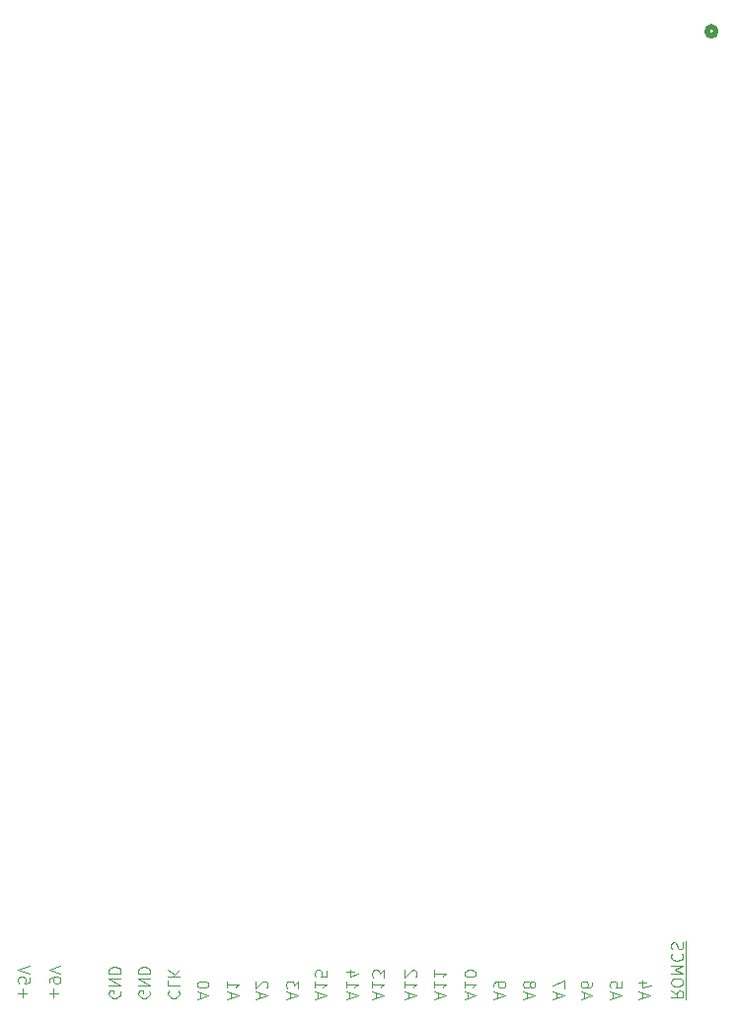
<source format=gbr>
%TF.GenerationSoftware,KiCad,Pcbnew,9.0.3*%
%TF.CreationDate,2025-08-12T14:11:43+01:00*%
%TF.ProjectId,MyZON-X,4d795a4f-4e2d-4582-9e6b-696361645f70,1.0*%
%TF.SameCoordinates,Original*%
%TF.FileFunction,Legend,Bot*%
%TF.FilePolarity,Positive*%
%FSLAX46Y46*%
G04 Gerber Fmt 4.6, Leading zero omitted, Abs format (unit mm)*
G04 Created by KiCad (PCBNEW 9.0.3) date 2025-08-12 14:11:43*
%MOMM*%
%LPD*%
G01*
G04 APERTURE LIST*
%ADD10C,0.100000*%
%ADD11C,0.508000*%
G04 APERTURE END LIST*
D10*
X108803327Y-140713734D02*
X108803327Y-140237544D01*
X108517612Y-140808972D02*
X109517612Y-140475639D01*
X109517612Y-140475639D02*
X108517612Y-140142306D01*
X109184279Y-139380401D02*
X108517612Y-139380401D01*
X109565232Y-139618496D02*
X108850946Y-139856591D01*
X108850946Y-139856591D02*
X108850946Y-139237544D01*
X68197419Y-140094687D02*
X68149800Y-140142306D01*
X68149800Y-140142306D02*
X68102180Y-140285163D01*
X68102180Y-140285163D02*
X68102180Y-140380401D01*
X68102180Y-140380401D02*
X68149800Y-140523258D01*
X68149800Y-140523258D02*
X68245038Y-140618496D01*
X68245038Y-140618496D02*
X68340276Y-140666115D01*
X68340276Y-140666115D02*
X68530752Y-140713734D01*
X68530752Y-140713734D02*
X68673609Y-140713734D01*
X68673609Y-140713734D02*
X68864085Y-140666115D01*
X68864085Y-140666115D02*
X68959323Y-140618496D01*
X68959323Y-140618496D02*
X69054561Y-140523258D01*
X69054561Y-140523258D02*
X69102180Y-140380401D01*
X69102180Y-140380401D02*
X69102180Y-140285163D01*
X69102180Y-140285163D02*
X69054561Y-140142306D01*
X69054561Y-140142306D02*
X69006942Y-140094687D01*
X68102180Y-139189925D02*
X68102180Y-139666115D01*
X68102180Y-139666115D02*
X69102180Y-139666115D01*
X68102180Y-138856591D02*
X69102180Y-138856591D01*
X68102180Y-138285163D02*
X68673609Y-138713734D01*
X69102180Y-138285163D02*
X68530752Y-138856591D01*
X91263277Y-140713734D02*
X91263277Y-140237544D01*
X90977562Y-140808972D02*
X91977562Y-140475639D01*
X91977562Y-140475639D02*
X90977562Y-140142306D01*
X90977562Y-139285163D02*
X90977562Y-139856591D01*
X90977562Y-139570877D02*
X91977562Y-139570877D01*
X91977562Y-139570877D02*
X91834705Y-139666115D01*
X91834705Y-139666115D02*
X91739467Y-139761353D01*
X91739467Y-139761353D02*
X91691848Y-139856591D01*
X90977562Y-138332782D02*
X90977562Y-138904210D01*
X90977562Y-138618496D02*
X91977562Y-138618496D01*
X91977562Y-138618496D02*
X91834705Y-138713734D01*
X91834705Y-138713734D02*
X91739467Y-138808972D01*
X91739467Y-138808972D02*
X91691848Y-138904210D01*
X80987895Y-140713734D02*
X80987895Y-140237544D01*
X80702180Y-140808972D02*
X81702180Y-140475639D01*
X81702180Y-140475639D02*
X80702180Y-140142306D01*
X80702180Y-139285163D02*
X80702180Y-139856591D01*
X80702180Y-139570877D02*
X81702180Y-139570877D01*
X81702180Y-139570877D02*
X81559323Y-139666115D01*
X81559323Y-139666115D02*
X81464085Y-139761353D01*
X81464085Y-139761353D02*
X81416466Y-139856591D01*
X81702180Y-138380401D02*
X81702180Y-138856591D01*
X81702180Y-138856591D02*
X81225990Y-138904210D01*
X81225990Y-138904210D02*
X81273609Y-138856591D01*
X81273609Y-138856591D02*
X81321228Y-138761353D01*
X81321228Y-138761353D02*
X81321228Y-138523258D01*
X81321228Y-138523258D02*
X81273609Y-138428020D01*
X81273609Y-138428020D02*
X81225990Y-138380401D01*
X81225990Y-138380401D02*
X81130752Y-138332782D01*
X81130752Y-138332782D02*
X80892657Y-138332782D01*
X80892657Y-138332782D02*
X80797419Y-138380401D01*
X80797419Y-138380401D02*
X80749800Y-138428020D01*
X80749800Y-138428020D02*
X80702180Y-138523258D01*
X80702180Y-138523258D02*
X80702180Y-138761353D01*
X80702180Y-138761353D02*
X80749800Y-138856591D01*
X80749800Y-138856591D02*
X80797419Y-138904210D01*
X66504561Y-140142306D02*
X66552180Y-140237544D01*
X66552180Y-140237544D02*
X66552180Y-140380401D01*
X66552180Y-140380401D02*
X66504561Y-140523258D01*
X66504561Y-140523258D02*
X66409323Y-140618496D01*
X66409323Y-140618496D02*
X66314085Y-140666115D01*
X66314085Y-140666115D02*
X66123609Y-140713734D01*
X66123609Y-140713734D02*
X65980752Y-140713734D01*
X65980752Y-140713734D02*
X65790276Y-140666115D01*
X65790276Y-140666115D02*
X65695038Y-140618496D01*
X65695038Y-140618496D02*
X65599800Y-140523258D01*
X65599800Y-140523258D02*
X65552180Y-140380401D01*
X65552180Y-140380401D02*
X65552180Y-140285163D01*
X65552180Y-140285163D02*
X65599800Y-140142306D01*
X65599800Y-140142306D02*
X65647419Y-140094687D01*
X65647419Y-140094687D02*
X65980752Y-140094687D01*
X65980752Y-140094687D02*
X65980752Y-140285163D01*
X65552180Y-139666115D02*
X66552180Y-139666115D01*
X66552180Y-139666115D02*
X65552180Y-139094687D01*
X65552180Y-139094687D02*
X66552180Y-139094687D01*
X65552180Y-138618496D02*
X66552180Y-138618496D01*
X66552180Y-138618496D02*
X66552180Y-138380401D01*
X66552180Y-138380401D02*
X66504561Y-138237544D01*
X66504561Y-138237544D02*
X66409323Y-138142306D01*
X66409323Y-138142306D02*
X66314085Y-138094687D01*
X66314085Y-138094687D02*
X66123609Y-138047068D01*
X66123609Y-138047068D02*
X65980752Y-138047068D01*
X65980752Y-138047068D02*
X65790276Y-138094687D01*
X65790276Y-138094687D02*
X65695038Y-138142306D01*
X65695038Y-138142306D02*
X65599800Y-138237544D01*
X65599800Y-138237544D02*
X65552180Y-138380401D01*
X65552180Y-138380401D02*
X65552180Y-138618496D01*
X101423277Y-140713734D02*
X101423277Y-140237544D01*
X101137562Y-140808972D02*
X102137562Y-140475639D01*
X102137562Y-140475639D02*
X101137562Y-140142306D01*
X102137562Y-139904210D02*
X102137562Y-139237544D01*
X102137562Y-139237544D02*
X101137562Y-139666115D01*
X55633133Y-140666115D02*
X55633133Y-139904211D01*
X55252180Y-140285163D02*
X56014085Y-140285163D01*
X56252180Y-138951830D02*
X56252180Y-139428020D01*
X56252180Y-139428020D02*
X55775990Y-139475639D01*
X55775990Y-139475639D02*
X55823609Y-139428020D01*
X55823609Y-139428020D02*
X55871228Y-139332782D01*
X55871228Y-139332782D02*
X55871228Y-139094687D01*
X55871228Y-139094687D02*
X55823609Y-138999449D01*
X55823609Y-138999449D02*
X55775990Y-138951830D01*
X55775990Y-138951830D02*
X55680752Y-138904211D01*
X55680752Y-138904211D02*
X55442657Y-138904211D01*
X55442657Y-138904211D02*
X55347419Y-138951830D01*
X55347419Y-138951830D02*
X55299800Y-138999449D01*
X55299800Y-138999449D02*
X55252180Y-139094687D01*
X55252180Y-139094687D02*
X55252180Y-139332782D01*
X55252180Y-139332782D02*
X55299800Y-139428020D01*
X55299800Y-139428020D02*
X55347419Y-139475639D01*
X56252180Y-138618496D02*
X55252180Y-138285163D01*
X55252180Y-138285163D02*
X56252180Y-137951830D01*
X106310117Y-140713734D02*
X106310117Y-140237544D01*
X106024402Y-140808972D02*
X107024402Y-140475639D01*
X107024402Y-140475639D02*
X106024402Y-140142306D01*
X107024402Y-139332782D02*
X107024402Y-139808972D01*
X107024402Y-139808972D02*
X106548212Y-139856591D01*
X106548212Y-139856591D02*
X106595831Y-139808972D01*
X106595831Y-139808972D02*
X106643450Y-139713734D01*
X106643450Y-139713734D02*
X106643450Y-139475639D01*
X106643450Y-139475639D02*
X106595831Y-139380401D01*
X106595831Y-139380401D02*
X106548212Y-139332782D01*
X106548212Y-139332782D02*
X106452974Y-139285163D01*
X106452974Y-139285163D02*
X106214879Y-139285163D01*
X106214879Y-139285163D02*
X106119641Y-139332782D01*
X106119641Y-139332782D02*
X106072022Y-139380401D01*
X106072022Y-139380401D02*
X106024402Y-139475639D01*
X106024402Y-139475639D02*
X106024402Y-139713734D01*
X106024402Y-139713734D02*
X106072022Y-139808972D01*
X106072022Y-139808972D02*
X106119641Y-139856591D01*
X83687895Y-140713734D02*
X83687895Y-140237544D01*
X83402180Y-140808972D02*
X84402180Y-140475639D01*
X84402180Y-140475639D02*
X83402180Y-140142306D01*
X83402180Y-139285163D02*
X83402180Y-139856591D01*
X83402180Y-139570877D02*
X84402180Y-139570877D01*
X84402180Y-139570877D02*
X84259323Y-139666115D01*
X84259323Y-139666115D02*
X84164085Y-139761353D01*
X84164085Y-139761353D02*
X84116466Y-139856591D01*
X84068847Y-138428020D02*
X83402180Y-138428020D01*
X84449800Y-138666115D02*
X83735514Y-138904210D01*
X83735514Y-138904210D02*
X83735514Y-138285163D01*
X111297562Y-140094687D02*
X111773753Y-140428020D01*
X111297562Y-140666115D02*
X112297562Y-140666115D01*
X112297562Y-140666115D02*
X112297562Y-140285163D01*
X112297562Y-140285163D02*
X112249943Y-140189925D01*
X112249943Y-140189925D02*
X112202324Y-140142306D01*
X112202324Y-140142306D02*
X112107086Y-140094687D01*
X112107086Y-140094687D02*
X111964229Y-140094687D01*
X111964229Y-140094687D02*
X111868991Y-140142306D01*
X111868991Y-140142306D02*
X111821372Y-140189925D01*
X111821372Y-140189925D02*
X111773753Y-140285163D01*
X111773753Y-140285163D02*
X111773753Y-140666115D01*
X112297562Y-139475639D02*
X112297562Y-139285163D01*
X112297562Y-139285163D02*
X112249943Y-139189925D01*
X112249943Y-139189925D02*
X112154705Y-139094687D01*
X112154705Y-139094687D02*
X111964229Y-139047068D01*
X111964229Y-139047068D02*
X111630896Y-139047068D01*
X111630896Y-139047068D02*
X111440420Y-139094687D01*
X111440420Y-139094687D02*
X111345182Y-139189925D01*
X111345182Y-139189925D02*
X111297562Y-139285163D01*
X111297562Y-139285163D02*
X111297562Y-139475639D01*
X111297562Y-139475639D02*
X111345182Y-139570877D01*
X111345182Y-139570877D02*
X111440420Y-139666115D01*
X111440420Y-139666115D02*
X111630896Y-139713734D01*
X111630896Y-139713734D02*
X111964229Y-139713734D01*
X111964229Y-139713734D02*
X112154705Y-139666115D01*
X112154705Y-139666115D02*
X112249943Y-139570877D01*
X112249943Y-139570877D02*
X112297562Y-139475639D01*
X111297562Y-138618496D02*
X112297562Y-138618496D01*
X112297562Y-138618496D02*
X111583277Y-138285163D01*
X111583277Y-138285163D02*
X112297562Y-137951830D01*
X112297562Y-137951830D02*
X111297562Y-137951830D01*
X111392801Y-136904211D02*
X111345182Y-136951830D01*
X111345182Y-136951830D02*
X111297562Y-137094687D01*
X111297562Y-137094687D02*
X111297562Y-137189925D01*
X111297562Y-137189925D02*
X111345182Y-137332782D01*
X111345182Y-137332782D02*
X111440420Y-137428020D01*
X111440420Y-137428020D02*
X111535658Y-137475639D01*
X111535658Y-137475639D02*
X111726134Y-137523258D01*
X111726134Y-137523258D02*
X111868991Y-137523258D01*
X111868991Y-137523258D02*
X112059467Y-137475639D01*
X112059467Y-137475639D02*
X112154705Y-137428020D01*
X112154705Y-137428020D02*
X112249943Y-137332782D01*
X112249943Y-137332782D02*
X112297562Y-137189925D01*
X112297562Y-137189925D02*
X112297562Y-137094687D01*
X112297562Y-137094687D02*
X112249943Y-136951830D01*
X112249943Y-136951830D02*
X112202324Y-136904211D01*
X111345182Y-136523258D02*
X111297562Y-136380401D01*
X111297562Y-136380401D02*
X111297562Y-136142306D01*
X111297562Y-136142306D02*
X111345182Y-136047068D01*
X111345182Y-136047068D02*
X111392801Y-135999449D01*
X111392801Y-135999449D02*
X111488039Y-135951830D01*
X111488039Y-135951830D02*
X111583277Y-135951830D01*
X111583277Y-135951830D02*
X111678515Y-135999449D01*
X111678515Y-135999449D02*
X111726134Y-136047068D01*
X111726134Y-136047068D02*
X111773753Y-136142306D01*
X111773753Y-136142306D02*
X111821372Y-136332782D01*
X111821372Y-136332782D02*
X111868991Y-136428020D01*
X111868991Y-136428020D02*
X111916610Y-136475639D01*
X111916610Y-136475639D02*
X112011848Y-136523258D01*
X112011848Y-136523258D02*
X112107086Y-136523258D01*
X112107086Y-136523258D02*
X112202324Y-136475639D01*
X112202324Y-136475639D02*
X112249943Y-136428020D01*
X112249943Y-136428020D02*
X112297562Y-136332782D01*
X112297562Y-136332782D02*
X112297562Y-136094687D01*
X112297562Y-136094687D02*
X112249943Y-135951830D01*
X112575182Y-140804211D02*
X112575182Y-135861354D01*
X63989943Y-140142306D02*
X64037562Y-140237544D01*
X64037562Y-140237544D02*
X64037562Y-140380401D01*
X64037562Y-140380401D02*
X63989943Y-140523258D01*
X63989943Y-140523258D02*
X63894705Y-140618496D01*
X63894705Y-140618496D02*
X63799467Y-140666115D01*
X63799467Y-140666115D02*
X63608991Y-140713734D01*
X63608991Y-140713734D02*
X63466134Y-140713734D01*
X63466134Y-140713734D02*
X63275658Y-140666115D01*
X63275658Y-140666115D02*
X63180420Y-140618496D01*
X63180420Y-140618496D02*
X63085182Y-140523258D01*
X63085182Y-140523258D02*
X63037562Y-140380401D01*
X63037562Y-140380401D02*
X63037562Y-140285163D01*
X63037562Y-140285163D02*
X63085182Y-140142306D01*
X63085182Y-140142306D02*
X63132801Y-140094687D01*
X63132801Y-140094687D02*
X63466134Y-140094687D01*
X63466134Y-140094687D02*
X63466134Y-140285163D01*
X63037562Y-139666115D02*
X64037562Y-139666115D01*
X64037562Y-139666115D02*
X63037562Y-139094687D01*
X63037562Y-139094687D02*
X64037562Y-139094687D01*
X63037562Y-138618496D02*
X64037562Y-138618496D01*
X64037562Y-138618496D02*
X64037562Y-138380401D01*
X64037562Y-138380401D02*
X63989943Y-138237544D01*
X63989943Y-138237544D02*
X63894705Y-138142306D01*
X63894705Y-138142306D02*
X63799467Y-138094687D01*
X63799467Y-138094687D02*
X63608991Y-138047068D01*
X63608991Y-138047068D02*
X63466134Y-138047068D01*
X63466134Y-138047068D02*
X63275658Y-138094687D01*
X63275658Y-138094687D02*
X63180420Y-138142306D01*
X63180420Y-138142306D02*
X63085182Y-138237544D01*
X63085182Y-138237544D02*
X63037562Y-138380401D01*
X63037562Y-138380401D02*
X63037562Y-138618496D01*
X88723277Y-140713734D02*
X88723277Y-140237544D01*
X88437562Y-140808972D02*
X89437562Y-140475639D01*
X89437562Y-140475639D02*
X88437562Y-140142306D01*
X88437562Y-139285163D02*
X88437562Y-139856591D01*
X88437562Y-139570877D02*
X89437562Y-139570877D01*
X89437562Y-139570877D02*
X89294705Y-139666115D01*
X89294705Y-139666115D02*
X89199467Y-139761353D01*
X89199467Y-139761353D02*
X89151848Y-139856591D01*
X89342324Y-138904210D02*
X89389943Y-138856591D01*
X89389943Y-138856591D02*
X89437562Y-138761353D01*
X89437562Y-138761353D02*
X89437562Y-138523258D01*
X89437562Y-138523258D02*
X89389943Y-138428020D01*
X89389943Y-138428020D02*
X89342324Y-138380401D01*
X89342324Y-138380401D02*
X89247086Y-138332782D01*
X89247086Y-138332782D02*
X89151848Y-138332782D01*
X89151848Y-138332782D02*
X89008991Y-138380401D01*
X89008991Y-138380401D02*
X88437562Y-138951829D01*
X88437562Y-138951829D02*
X88437562Y-138332782D01*
X93825549Y-140713734D02*
X93825549Y-140237544D01*
X93539834Y-140808972D02*
X94539834Y-140475639D01*
X94539834Y-140475639D02*
X93539834Y-140142306D01*
X93539834Y-139285163D02*
X93539834Y-139856591D01*
X93539834Y-139570877D02*
X94539834Y-139570877D01*
X94539834Y-139570877D02*
X94396977Y-139666115D01*
X94396977Y-139666115D02*
X94301739Y-139761353D01*
X94301739Y-139761353D02*
X94254120Y-139856591D01*
X94539834Y-138666115D02*
X94539834Y-138570877D01*
X94539834Y-138570877D02*
X94492215Y-138475639D01*
X94492215Y-138475639D02*
X94444596Y-138428020D01*
X94444596Y-138428020D02*
X94349358Y-138380401D01*
X94349358Y-138380401D02*
X94158882Y-138332782D01*
X94158882Y-138332782D02*
X93920787Y-138332782D01*
X93920787Y-138332782D02*
X93730311Y-138380401D01*
X93730311Y-138380401D02*
X93635073Y-138428020D01*
X93635073Y-138428020D02*
X93587454Y-138475639D01*
X93587454Y-138475639D02*
X93539834Y-138570877D01*
X93539834Y-138570877D02*
X93539834Y-138666115D01*
X93539834Y-138666115D02*
X93587454Y-138761353D01*
X93587454Y-138761353D02*
X93635073Y-138808972D01*
X93635073Y-138808972D02*
X93730311Y-138856591D01*
X93730311Y-138856591D02*
X93920787Y-138904210D01*
X93920787Y-138904210D02*
X94158882Y-138904210D01*
X94158882Y-138904210D02*
X94349358Y-138856591D01*
X94349358Y-138856591D02*
X94444596Y-138808972D01*
X94444596Y-138808972D02*
X94492215Y-138761353D01*
X94492215Y-138761353D02*
X94539834Y-138666115D01*
X70887895Y-140713734D02*
X70887895Y-140237544D01*
X70602180Y-140808972D02*
X71602180Y-140475639D01*
X71602180Y-140475639D02*
X70602180Y-140142306D01*
X71602180Y-139618496D02*
X71602180Y-139523258D01*
X71602180Y-139523258D02*
X71554561Y-139428020D01*
X71554561Y-139428020D02*
X71506942Y-139380401D01*
X71506942Y-139380401D02*
X71411704Y-139332782D01*
X71411704Y-139332782D02*
X71221228Y-139285163D01*
X71221228Y-139285163D02*
X70983133Y-139285163D01*
X70983133Y-139285163D02*
X70792657Y-139332782D01*
X70792657Y-139332782D02*
X70697419Y-139380401D01*
X70697419Y-139380401D02*
X70649800Y-139428020D01*
X70649800Y-139428020D02*
X70602180Y-139523258D01*
X70602180Y-139523258D02*
X70602180Y-139618496D01*
X70602180Y-139618496D02*
X70649800Y-139713734D01*
X70649800Y-139713734D02*
X70697419Y-139761353D01*
X70697419Y-139761353D02*
X70792657Y-139808972D01*
X70792657Y-139808972D02*
X70983133Y-139856591D01*
X70983133Y-139856591D02*
X71221228Y-139856591D01*
X71221228Y-139856591D02*
X71411704Y-139808972D01*
X71411704Y-139808972D02*
X71506942Y-139761353D01*
X71506942Y-139761353D02*
X71554561Y-139713734D01*
X71554561Y-139713734D02*
X71602180Y-139618496D01*
X75937895Y-140713734D02*
X75937895Y-140237544D01*
X75652180Y-140808972D02*
X76652180Y-140475639D01*
X76652180Y-140475639D02*
X75652180Y-140142306D01*
X76556942Y-139856591D02*
X76604561Y-139808972D01*
X76604561Y-139808972D02*
X76652180Y-139713734D01*
X76652180Y-139713734D02*
X76652180Y-139475639D01*
X76652180Y-139475639D02*
X76604561Y-139380401D01*
X76604561Y-139380401D02*
X76556942Y-139332782D01*
X76556942Y-139332782D02*
X76461704Y-139285163D01*
X76461704Y-139285163D02*
X76366466Y-139285163D01*
X76366466Y-139285163D02*
X76223609Y-139332782D01*
X76223609Y-139332782D02*
X75652180Y-139904210D01*
X75652180Y-139904210D02*
X75652180Y-139285163D01*
X73487895Y-140713734D02*
X73487895Y-140237544D01*
X73202180Y-140808972D02*
X74202180Y-140475639D01*
X74202180Y-140475639D02*
X73202180Y-140142306D01*
X73202180Y-139285163D02*
X73202180Y-139856591D01*
X73202180Y-139570877D02*
X74202180Y-139570877D01*
X74202180Y-139570877D02*
X74059323Y-139666115D01*
X74059323Y-139666115D02*
X73964085Y-139761353D01*
X73964085Y-139761353D02*
X73916466Y-139856591D01*
X98883277Y-140713734D02*
X98883277Y-140237544D01*
X98597562Y-140808972D02*
X99597562Y-140475639D01*
X99597562Y-140475639D02*
X98597562Y-140142306D01*
X99168991Y-139666115D02*
X99216610Y-139761353D01*
X99216610Y-139761353D02*
X99264229Y-139808972D01*
X99264229Y-139808972D02*
X99359467Y-139856591D01*
X99359467Y-139856591D02*
X99407086Y-139856591D01*
X99407086Y-139856591D02*
X99502324Y-139808972D01*
X99502324Y-139808972D02*
X99549943Y-139761353D01*
X99549943Y-139761353D02*
X99597562Y-139666115D01*
X99597562Y-139666115D02*
X99597562Y-139475639D01*
X99597562Y-139475639D02*
X99549943Y-139380401D01*
X99549943Y-139380401D02*
X99502324Y-139332782D01*
X99502324Y-139332782D02*
X99407086Y-139285163D01*
X99407086Y-139285163D02*
X99359467Y-139285163D01*
X99359467Y-139285163D02*
X99264229Y-139332782D01*
X99264229Y-139332782D02*
X99216610Y-139380401D01*
X99216610Y-139380401D02*
X99168991Y-139475639D01*
X99168991Y-139475639D02*
X99168991Y-139666115D01*
X99168991Y-139666115D02*
X99121372Y-139761353D01*
X99121372Y-139761353D02*
X99073753Y-139808972D01*
X99073753Y-139808972D02*
X98978515Y-139856591D01*
X98978515Y-139856591D02*
X98788039Y-139856591D01*
X98788039Y-139856591D02*
X98692801Y-139808972D01*
X98692801Y-139808972D02*
X98645182Y-139761353D01*
X98645182Y-139761353D02*
X98597562Y-139666115D01*
X98597562Y-139666115D02*
X98597562Y-139475639D01*
X98597562Y-139475639D02*
X98645182Y-139380401D01*
X98645182Y-139380401D02*
X98692801Y-139332782D01*
X98692801Y-139332782D02*
X98788039Y-139285163D01*
X98788039Y-139285163D02*
X98978515Y-139285163D01*
X98978515Y-139285163D02*
X99073753Y-139332782D01*
X99073753Y-139332782D02*
X99121372Y-139380401D01*
X99121372Y-139380401D02*
X99168991Y-139475639D01*
X78563277Y-140713734D02*
X78563277Y-140237544D01*
X78277562Y-140808972D02*
X79277562Y-140475639D01*
X79277562Y-140475639D02*
X78277562Y-140142306D01*
X79277562Y-139904210D02*
X79277562Y-139285163D01*
X79277562Y-139285163D02*
X78896610Y-139618496D01*
X78896610Y-139618496D02*
X78896610Y-139475639D01*
X78896610Y-139475639D02*
X78848991Y-139380401D01*
X78848991Y-139380401D02*
X78801372Y-139332782D01*
X78801372Y-139332782D02*
X78706134Y-139285163D01*
X78706134Y-139285163D02*
X78468039Y-139285163D01*
X78468039Y-139285163D02*
X78372801Y-139332782D01*
X78372801Y-139332782D02*
X78325182Y-139380401D01*
X78325182Y-139380401D02*
X78277562Y-139475639D01*
X78277562Y-139475639D02*
X78277562Y-139761353D01*
X78277562Y-139761353D02*
X78325182Y-139856591D01*
X78325182Y-139856591D02*
X78372801Y-139904210D01*
X96343277Y-140713734D02*
X96343277Y-140237544D01*
X96057562Y-140808972D02*
X97057562Y-140475639D01*
X97057562Y-140475639D02*
X96057562Y-140142306D01*
X96057562Y-139761353D02*
X96057562Y-139570877D01*
X96057562Y-139570877D02*
X96105182Y-139475639D01*
X96105182Y-139475639D02*
X96152801Y-139428020D01*
X96152801Y-139428020D02*
X96295658Y-139332782D01*
X96295658Y-139332782D02*
X96486134Y-139285163D01*
X96486134Y-139285163D02*
X96867086Y-139285163D01*
X96867086Y-139285163D02*
X96962324Y-139332782D01*
X96962324Y-139332782D02*
X97009943Y-139380401D01*
X97009943Y-139380401D02*
X97057562Y-139475639D01*
X97057562Y-139475639D02*
X97057562Y-139666115D01*
X97057562Y-139666115D02*
X97009943Y-139761353D01*
X97009943Y-139761353D02*
X96962324Y-139808972D01*
X96962324Y-139808972D02*
X96867086Y-139856591D01*
X96867086Y-139856591D02*
X96628991Y-139856591D01*
X96628991Y-139856591D02*
X96533753Y-139808972D01*
X96533753Y-139808972D02*
X96486134Y-139761353D01*
X96486134Y-139761353D02*
X96438515Y-139666115D01*
X96438515Y-139666115D02*
X96438515Y-139475639D01*
X96438515Y-139475639D02*
X96486134Y-139380401D01*
X96486134Y-139380401D02*
X96533753Y-139332782D01*
X96533753Y-139332782D02*
X96628991Y-139285163D01*
X85931105Y-140713734D02*
X85931105Y-140237544D01*
X85645390Y-140808972D02*
X86645390Y-140475639D01*
X86645390Y-140475639D02*
X85645390Y-140142306D01*
X85645390Y-139285163D02*
X85645390Y-139856591D01*
X85645390Y-139570877D02*
X86645390Y-139570877D01*
X86645390Y-139570877D02*
X86502533Y-139666115D01*
X86502533Y-139666115D02*
X86407295Y-139761353D01*
X86407295Y-139761353D02*
X86359676Y-139856591D01*
X86645390Y-138951829D02*
X86645390Y-138332782D01*
X86645390Y-138332782D02*
X86264438Y-138666115D01*
X86264438Y-138666115D02*
X86264438Y-138523258D01*
X86264438Y-138523258D02*
X86216819Y-138428020D01*
X86216819Y-138428020D02*
X86169200Y-138380401D01*
X86169200Y-138380401D02*
X86073962Y-138332782D01*
X86073962Y-138332782D02*
X85835867Y-138332782D01*
X85835867Y-138332782D02*
X85740629Y-138380401D01*
X85740629Y-138380401D02*
X85693010Y-138428020D01*
X85693010Y-138428020D02*
X85645390Y-138523258D01*
X85645390Y-138523258D02*
X85645390Y-138808972D01*
X85645390Y-138808972D02*
X85693010Y-138904210D01*
X85693010Y-138904210D02*
X85740629Y-138951829D01*
X58283133Y-140666115D02*
X58283133Y-139904211D01*
X57902180Y-140285163D02*
X58664085Y-140285163D01*
X57902180Y-139380401D02*
X57902180Y-139189925D01*
X57902180Y-139189925D02*
X57949800Y-139094687D01*
X57949800Y-139094687D02*
X57997419Y-139047068D01*
X57997419Y-139047068D02*
X58140276Y-138951830D01*
X58140276Y-138951830D02*
X58330752Y-138904211D01*
X58330752Y-138904211D02*
X58711704Y-138904211D01*
X58711704Y-138904211D02*
X58806942Y-138951830D01*
X58806942Y-138951830D02*
X58854561Y-138999449D01*
X58854561Y-138999449D02*
X58902180Y-139094687D01*
X58902180Y-139094687D02*
X58902180Y-139285163D01*
X58902180Y-139285163D02*
X58854561Y-139380401D01*
X58854561Y-139380401D02*
X58806942Y-139428020D01*
X58806942Y-139428020D02*
X58711704Y-139475639D01*
X58711704Y-139475639D02*
X58473609Y-139475639D01*
X58473609Y-139475639D02*
X58378371Y-139428020D01*
X58378371Y-139428020D02*
X58330752Y-139380401D01*
X58330752Y-139380401D02*
X58283133Y-139285163D01*
X58283133Y-139285163D02*
X58283133Y-139094687D01*
X58283133Y-139094687D02*
X58330752Y-138999449D01*
X58330752Y-138999449D02*
X58378371Y-138951830D01*
X58378371Y-138951830D02*
X58473609Y-138904211D01*
X58902180Y-138618496D02*
X57902180Y-138285163D01*
X57902180Y-138285163D02*
X58902180Y-137951830D01*
X103816907Y-140713734D02*
X103816907Y-140237544D01*
X103531192Y-140808972D02*
X104531192Y-140475639D01*
X104531192Y-140475639D02*
X103531192Y-140142306D01*
X104531192Y-139380401D02*
X104531192Y-139570877D01*
X104531192Y-139570877D02*
X104483573Y-139666115D01*
X104483573Y-139666115D02*
X104435954Y-139713734D01*
X104435954Y-139713734D02*
X104293097Y-139808972D01*
X104293097Y-139808972D02*
X104102621Y-139856591D01*
X104102621Y-139856591D02*
X103721669Y-139856591D01*
X103721669Y-139856591D02*
X103626431Y-139808972D01*
X103626431Y-139808972D02*
X103578812Y-139761353D01*
X103578812Y-139761353D02*
X103531192Y-139666115D01*
X103531192Y-139666115D02*
X103531192Y-139475639D01*
X103531192Y-139475639D02*
X103578812Y-139380401D01*
X103578812Y-139380401D02*
X103626431Y-139332782D01*
X103626431Y-139332782D02*
X103721669Y-139285163D01*
X103721669Y-139285163D02*
X103959764Y-139285163D01*
X103959764Y-139285163D02*
X104055002Y-139332782D01*
X104055002Y-139332782D02*
X104102621Y-139380401D01*
X104102621Y-139380401D02*
X104150240Y-139475639D01*
X104150240Y-139475639D02*
X104150240Y-139666115D01*
X104150240Y-139666115D02*
X104102621Y-139761353D01*
X104102621Y-139761353D02*
X104055002Y-139808972D01*
X104055002Y-139808972D02*
X103959764Y-139856591D01*
D11*
%TO.C,CO2*%
X115131099Y-57840000D02*
G75*
G02*
X114369099Y-57840000I-381000J0D01*
G01*
X114369099Y-57840000D02*
G75*
G02*
X115131099Y-57840000I381000J0D01*
G01*
%TD*%
M02*

</source>
